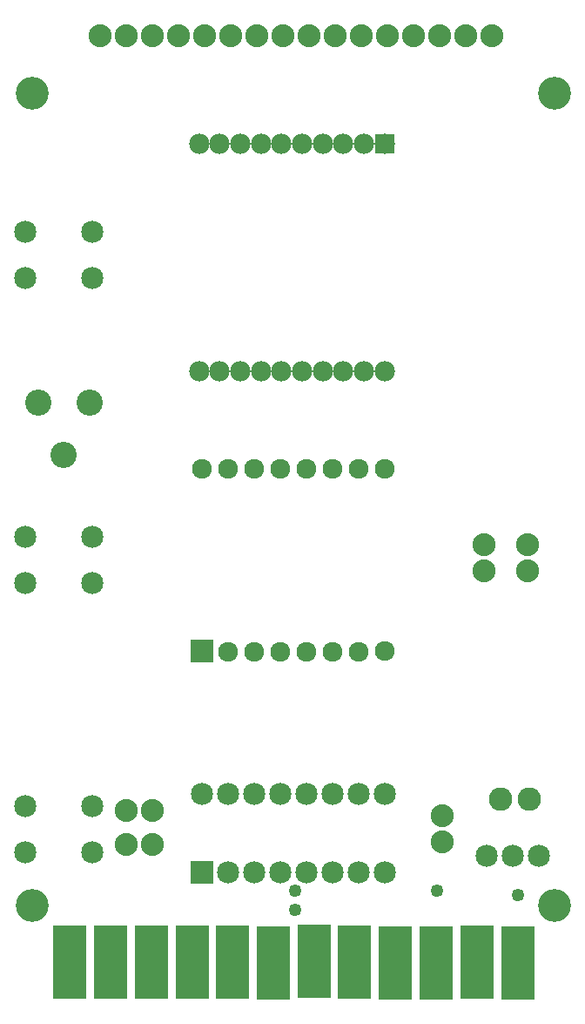
<source format=gts>
G04 MADE WITH FRITZING*
G04 WWW.FRITZING.ORG*
G04 DOUBLE SIDED*
G04 HOLES PLATED*
G04 CONTOUR ON CENTER OF CONTOUR VECTOR*
%ASAXBY*%
%FSLAX23Y23*%
%MOIN*%
%OFA0B0*%
%SFA1.0B1.0*%
%ADD10C,0.090000*%
%ADD11C,0.049370*%
%ADD12C,0.100551*%
%ADD13C,0.085000*%
%ADD14C,0.088000*%
%ADD15C,0.126000*%
%ADD16C,0.078000*%
%ADD17C,0.075900*%
%ADD18R,0.061181X0.151823*%
%ADD19R,0.129522X0.280594*%
%ADD20R,0.085000X0.085000*%
%ADD21R,0.078000X0.078000*%
%ADD22R,0.001000X0.001000*%
%LNMASK1*%
G90*
G70*
G54D10*
X2015Y768D03*
X1905Y768D03*
X2015Y768D03*
X1905Y768D03*
G54D11*
X1117Y344D03*
X1118Y419D03*
X1972Y402D03*
G54D12*
X232Y2084D03*
X332Y2284D03*
X136Y2284D03*
G54D13*
X763Y490D03*
X763Y790D03*
X863Y490D03*
X863Y790D03*
X963Y490D03*
X963Y790D03*
X1063Y490D03*
X1063Y790D03*
X1163Y490D03*
X1163Y790D03*
X1263Y490D03*
X1263Y790D03*
X1363Y490D03*
X1363Y790D03*
X1463Y490D03*
X1463Y790D03*
G54D14*
X2009Y1741D03*
X2009Y1641D03*
X1682Y706D03*
X1682Y606D03*
X1843Y1741D03*
X1843Y1641D03*
G54D15*
X2111Y362D03*
X112Y362D03*
X112Y3467D03*
X2111Y3467D03*
G54D13*
X340Y564D03*
X84Y564D03*
X340Y742D03*
X84Y742D03*
X340Y1596D03*
X84Y1596D03*
X340Y1773D03*
X84Y1773D03*
X340Y2762D03*
X84Y2762D03*
X340Y2939D03*
X84Y2939D03*
G54D16*
X1461Y3275D03*
X1382Y3275D03*
X1303Y3275D03*
X1224Y3275D03*
X1145Y3275D03*
X1066Y3275D03*
X987Y3275D03*
X908Y3275D03*
X829Y3275D03*
X750Y3275D03*
X750Y2405D03*
X829Y2405D03*
X908Y2405D03*
X987Y2405D03*
X1066Y2405D03*
X1145Y2405D03*
X1224Y2405D03*
X1303Y2405D03*
X1382Y2405D03*
X1461Y2405D03*
G54D14*
X1873Y3688D03*
X1773Y3688D03*
X1673Y3688D03*
X1573Y3688D03*
X1473Y3688D03*
X1373Y3688D03*
X1273Y3688D03*
X1173Y3688D03*
X1073Y3688D03*
X973Y3688D03*
X873Y3688D03*
X773Y3688D03*
X673Y3688D03*
X573Y3688D03*
X473Y3688D03*
X373Y3688D03*
G54D17*
X762Y1333D03*
X862Y1333D03*
X962Y1333D03*
X1062Y1333D03*
X1162Y1333D03*
X1262Y1333D03*
X1362Y1333D03*
X1462Y1334D03*
X762Y2033D03*
X862Y2033D03*
X962Y2033D03*
X1062Y2033D03*
X1162Y2033D03*
X1262Y2033D03*
X1362Y2033D03*
X1462Y2033D03*
G54D13*
X2052Y552D03*
X1952Y552D03*
X1852Y552D03*
G54D14*
X472Y725D03*
X572Y725D03*
X472Y594D03*
X572Y594D03*
G54D11*
X1662Y419D03*
G54D18*
X254Y142D03*
X1660Y132D03*
X1819Y132D03*
X1961Y132D03*
G54D19*
X255Y145D03*
X410Y144D03*
X567Y145D03*
X724Y144D03*
X879Y145D03*
X1035Y143D03*
X1191Y147D03*
X1346Y145D03*
X1816Y144D03*
X1503Y143D03*
X1659Y143D03*
X1970Y142D03*
G54D20*
X763Y490D03*
G54D21*
X1461Y3275D03*
G54D20*
X762Y1334D03*
G54D18*
X1039Y181D03*
X1188Y190D03*
X1346Y204D03*
G54D22*
X133Y2325D02*
X134Y2325D01*
X333Y2325D02*
X334Y2325D01*
X125Y2324D02*
X142Y2324D01*
X325Y2324D02*
X342Y2324D01*
X121Y2323D02*
X145Y2323D01*
X321Y2323D02*
X345Y2323D01*
X119Y2322D02*
X148Y2322D01*
X319Y2322D02*
X348Y2322D01*
X117Y2321D02*
X150Y2321D01*
X317Y2321D02*
X350Y2321D01*
X115Y2320D02*
X152Y2320D01*
X315Y2320D02*
X352Y2320D01*
X113Y2319D02*
X154Y2319D01*
X313Y2319D02*
X354Y2319D01*
X111Y2318D02*
X155Y2318D01*
X311Y2318D02*
X355Y2318D01*
X110Y2317D02*
X157Y2317D01*
X310Y2317D02*
X357Y2317D01*
X109Y2316D02*
X158Y2316D01*
X309Y2316D02*
X358Y2316D01*
X108Y2315D02*
X159Y2315D01*
X307Y2315D02*
X359Y2315D01*
X106Y2314D02*
X160Y2314D01*
X306Y2314D02*
X360Y2314D01*
X105Y2313D02*
X162Y2313D01*
X305Y2313D02*
X361Y2313D01*
X104Y2312D02*
X162Y2312D01*
X304Y2312D02*
X362Y2312D01*
X104Y2311D02*
X163Y2311D01*
X304Y2311D02*
X363Y2311D01*
X103Y2310D02*
X164Y2310D01*
X303Y2310D02*
X364Y2310D01*
X102Y2309D02*
X165Y2309D01*
X302Y2309D02*
X365Y2309D01*
X101Y2308D02*
X166Y2308D01*
X301Y2308D02*
X366Y2308D01*
X101Y2307D02*
X166Y2307D01*
X301Y2307D02*
X366Y2307D01*
X100Y2306D02*
X167Y2306D01*
X300Y2306D02*
X367Y2306D01*
X99Y2305D02*
X168Y2305D01*
X299Y2305D02*
X367Y2305D01*
X99Y2304D02*
X168Y2304D01*
X299Y2304D02*
X368Y2304D01*
X98Y2303D02*
X169Y2303D01*
X298Y2303D02*
X369Y2303D01*
X98Y2302D02*
X169Y2302D01*
X298Y2302D02*
X369Y2302D01*
X97Y2301D02*
X170Y2301D01*
X297Y2301D02*
X370Y2301D01*
X97Y2300D02*
X170Y2300D01*
X297Y2300D02*
X370Y2300D01*
X97Y2299D02*
X170Y2299D01*
X296Y2299D02*
X370Y2299D01*
X96Y2298D02*
X171Y2298D01*
X296Y2298D02*
X371Y2298D01*
X96Y2297D02*
X171Y2297D01*
X296Y2297D02*
X371Y2297D01*
X96Y2296D02*
X171Y2296D01*
X296Y2296D02*
X371Y2296D01*
X95Y2295D02*
X172Y2295D01*
X295Y2295D02*
X372Y2295D01*
X95Y2294D02*
X172Y2294D01*
X295Y2294D02*
X372Y2294D01*
X95Y2293D02*
X172Y2293D01*
X295Y2293D02*
X372Y2293D01*
X95Y2292D02*
X172Y2292D01*
X295Y2292D02*
X372Y2292D01*
X95Y2291D02*
X172Y2291D01*
X294Y2291D02*
X372Y2291D01*
X94Y2290D02*
X173Y2290D01*
X294Y2290D02*
X372Y2290D01*
X94Y2289D02*
X173Y2289D01*
X294Y2289D02*
X373Y2289D01*
X94Y2288D02*
X173Y2288D01*
X294Y2288D02*
X373Y2288D01*
X94Y2287D02*
X173Y2287D01*
X294Y2287D02*
X373Y2287D01*
X94Y2286D02*
X173Y2286D01*
X294Y2286D02*
X373Y2286D01*
X94Y2285D02*
X173Y2285D01*
X294Y2285D02*
X373Y2285D01*
X94Y2284D02*
X173Y2284D01*
X294Y2284D02*
X373Y2284D01*
X94Y2283D02*
X173Y2283D01*
X294Y2283D02*
X373Y2283D01*
X94Y2282D02*
X173Y2282D01*
X294Y2282D02*
X373Y2282D01*
X94Y2281D02*
X173Y2281D01*
X294Y2281D02*
X373Y2281D01*
X94Y2280D02*
X173Y2280D01*
X294Y2280D02*
X372Y2280D01*
X95Y2279D02*
X172Y2279D01*
X294Y2279D02*
X372Y2279D01*
X95Y2278D02*
X172Y2278D01*
X295Y2278D02*
X372Y2278D01*
X95Y2277D02*
X172Y2277D01*
X295Y2277D02*
X372Y2277D01*
X95Y2276D02*
X172Y2276D01*
X295Y2276D02*
X372Y2276D01*
X95Y2275D02*
X172Y2275D01*
X295Y2275D02*
X371Y2275D01*
X96Y2274D02*
X171Y2274D01*
X296Y2274D02*
X371Y2274D01*
X96Y2273D02*
X171Y2273D01*
X296Y2273D02*
X371Y2273D01*
X96Y2272D02*
X171Y2272D01*
X296Y2272D02*
X371Y2272D01*
X97Y2271D02*
X170Y2271D01*
X297Y2271D02*
X370Y2271D01*
X97Y2270D02*
X170Y2270D01*
X297Y2270D02*
X370Y2270D01*
X97Y2269D02*
X170Y2269D01*
X297Y2269D02*
X369Y2269D01*
X98Y2268D02*
X169Y2268D01*
X298Y2268D02*
X369Y2268D01*
X98Y2267D02*
X169Y2267D01*
X298Y2267D02*
X369Y2267D01*
X99Y2266D02*
X168Y2266D01*
X299Y2266D02*
X368Y2266D01*
X99Y2265D02*
X167Y2265D01*
X299Y2265D02*
X367Y2265D01*
X100Y2264D02*
X167Y2264D01*
X300Y2264D02*
X367Y2264D01*
X101Y2263D02*
X166Y2263D01*
X301Y2263D02*
X366Y2263D01*
X101Y2262D02*
X166Y2262D01*
X301Y2262D02*
X365Y2262D01*
X102Y2261D02*
X165Y2261D01*
X302Y2261D02*
X365Y2261D01*
X103Y2260D02*
X164Y2260D01*
X303Y2260D02*
X364Y2260D01*
X104Y2259D02*
X163Y2259D01*
X304Y2259D02*
X363Y2259D01*
X105Y2258D02*
X162Y2258D01*
X305Y2258D02*
X362Y2258D01*
X105Y2257D02*
X161Y2257D01*
X305Y2257D02*
X361Y2257D01*
X107Y2256D02*
X160Y2256D01*
X306Y2256D02*
X360Y2256D01*
X108Y2255D02*
X159Y2255D01*
X308Y2255D02*
X359Y2255D01*
X109Y2254D02*
X158Y2254D01*
X309Y2254D02*
X358Y2254D01*
X110Y2253D02*
X157Y2253D01*
X310Y2253D02*
X357Y2253D01*
X112Y2252D02*
X155Y2252D01*
X312Y2252D02*
X355Y2252D01*
X113Y2251D02*
X154Y2251D01*
X313Y2251D02*
X354Y2251D01*
X115Y2250D02*
X152Y2250D01*
X315Y2250D02*
X352Y2250D01*
X117Y2249D02*
X150Y2249D01*
X317Y2249D02*
X350Y2249D01*
X119Y2248D02*
X148Y2248D01*
X319Y2248D02*
X348Y2248D01*
X122Y2247D02*
X145Y2247D01*
X322Y2247D02*
X345Y2247D01*
X126Y2246D02*
X141Y2246D01*
X326Y2246D02*
X341Y2246D01*
X233Y2125D02*
X234Y2125D01*
X225Y2124D02*
X242Y2124D01*
X221Y2123D02*
X245Y2123D01*
X219Y2122D02*
X248Y2122D01*
X216Y2121D02*
X250Y2121D01*
X215Y2120D02*
X252Y2120D01*
X213Y2119D02*
X254Y2119D01*
X211Y2118D02*
X255Y2118D01*
X210Y2117D02*
X257Y2117D01*
X209Y2116D02*
X258Y2116D01*
X207Y2115D02*
X259Y2115D01*
X206Y2114D02*
X260Y2114D01*
X205Y2113D02*
X262Y2113D01*
X204Y2112D02*
X262Y2112D01*
X204Y2111D02*
X263Y2111D01*
X203Y2110D02*
X264Y2110D01*
X202Y2109D02*
X265Y2109D01*
X201Y2108D02*
X266Y2108D01*
X201Y2107D02*
X266Y2107D01*
X200Y2106D02*
X267Y2106D01*
X199Y2105D02*
X268Y2105D01*
X199Y2104D02*
X268Y2104D01*
X198Y2103D02*
X269Y2103D01*
X198Y2102D02*
X269Y2102D01*
X197Y2101D02*
X270Y2101D01*
X197Y2100D02*
X270Y2100D01*
X196Y2099D02*
X270Y2099D01*
X196Y2098D02*
X271Y2098D01*
X196Y2097D02*
X271Y2097D01*
X196Y2096D02*
X271Y2096D01*
X195Y2095D02*
X272Y2095D01*
X195Y2094D02*
X272Y2094D01*
X195Y2093D02*
X272Y2093D01*
X195Y2092D02*
X272Y2092D01*
X194Y2091D02*
X272Y2091D01*
X194Y2090D02*
X273Y2090D01*
X194Y2089D02*
X273Y2089D01*
X194Y2088D02*
X273Y2088D01*
X194Y2087D02*
X273Y2087D01*
X194Y2086D02*
X273Y2086D01*
X194Y2085D02*
X273Y2085D01*
X194Y2084D02*
X273Y2084D01*
X194Y2083D02*
X273Y2083D01*
X194Y2082D02*
X273Y2082D01*
X194Y2081D02*
X273Y2081D01*
X194Y2080D02*
X272Y2080D01*
X195Y2079D02*
X272Y2079D01*
X195Y2078D02*
X272Y2078D01*
X195Y2077D02*
X272Y2077D01*
X195Y2076D02*
X272Y2076D01*
X195Y2075D02*
X272Y2075D01*
X196Y2074D02*
X271Y2074D01*
X196Y2073D02*
X271Y2073D01*
X196Y2072D02*
X271Y2072D01*
X197Y2071D02*
X270Y2071D01*
X197Y2070D02*
X270Y2070D01*
X197Y2069D02*
X270Y2069D01*
X198Y2068D02*
X269Y2068D01*
X198Y2067D02*
X269Y2067D01*
X199Y2066D02*
X268Y2066D01*
X199Y2065D02*
X267Y2065D01*
X200Y2064D02*
X267Y2064D01*
X201Y2063D02*
X266Y2063D01*
X201Y2062D02*
X265Y2062D01*
X202Y2061D02*
X265Y2061D01*
X203Y2060D02*
X264Y2060D01*
X204Y2059D02*
X263Y2059D01*
X205Y2058D02*
X262Y2058D01*
X205Y2057D02*
X261Y2057D01*
X207Y2056D02*
X260Y2056D01*
X208Y2055D02*
X259Y2055D01*
X209Y2054D02*
X258Y2054D01*
X210Y2053D02*
X257Y2053D01*
X212Y2052D02*
X255Y2052D01*
X213Y2051D02*
X254Y2051D01*
X215Y2050D02*
X252Y2050D01*
X217Y2049D02*
X250Y2049D01*
X219Y2048D02*
X248Y2048D01*
X222Y2047D02*
X245Y2047D01*
X226Y2046D02*
X241Y2046D01*
D02*
G04 End of Mask1*
M02*
</source>
